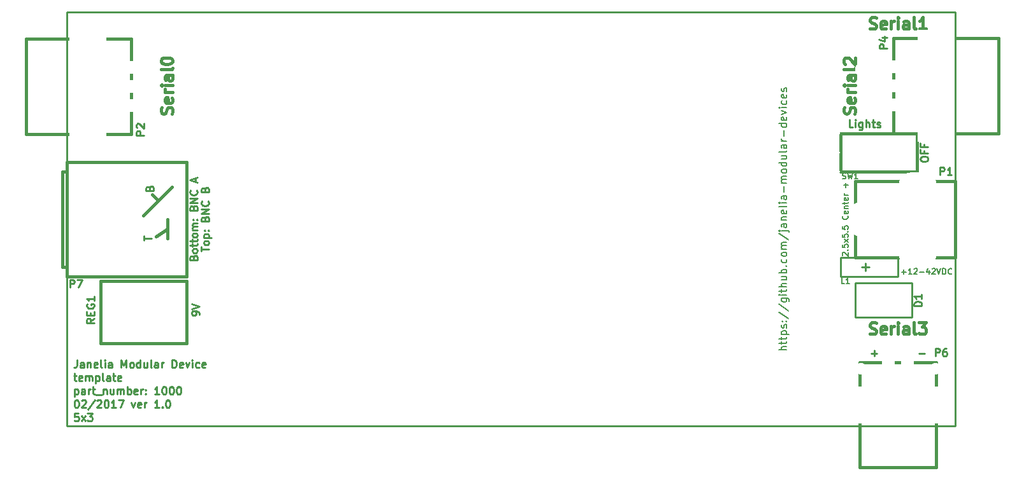
<source format=gto>
G04 #@! TF.GenerationSoftware,KiCad,Pcbnew,no-vcs-found-7571~57~ubuntu16.04.1*
G04 #@! TF.CreationDate,2017-02-02T16:12:20-05:00*
G04 #@! TF.ProjectId,h_bridge_controller_5x3,74656D706C6174655F3578332E6B6963,1.0*
G04 #@! TF.FileFunction,Legend,Top*
G04 #@! TF.FilePolarity,Positive*
%FSLAX46Y46*%
G04 Gerber Fmt 4.6, Leading zero omitted, Abs format (unit mm)*
G04 Created by KiCad (PCBNEW no-vcs-found-7571~57~ubuntu16.04.1) date Thu Feb  2 16:12:20 2017*
%MOMM*%
%LPD*%
G01*
G04 APERTURE LIST*
%ADD10C,0.100000*%
%ADD11C,0.254000*%
%ADD12C,0.381000*%
%ADD13C,0.190500*%
%ADD14C,0.228600*%
%ADD15C,3.759200*%
%ADD16O,1.524000X2.540000*%
%ADD17O,2.540000X1.524000*%
%ADD18C,1.930400*%
%ADD19O,4.572000X3.556000*%
%ADD20O,4.064000X5.080000*%
%ADD21O,5.080000X3.556000*%
%ADD22O,5.080000X3.048000*%
%ADD23O,2.032000X1.524000*%
%ADD24O,1.524000X2.032000*%
%ADD25O,1.651000X2.159000*%
%ADD26R,4.191000X1.778000*%
%ADD27C,1.600200*%
%ADD28R,5.029200X2.997200*%
%ADD29R,1.778000X4.191000*%
%ADD30R,2.997200X5.029200*%
%ADD31R,5.160000X4.000000*%
%ADD32R,1.640000X1.800000*%
G04 APERTURE END LIST*
D10*
D11*
X206622952Y-120722571D02*
X207397047Y-120722571D01*
X200272952Y-120722571D02*
X201047047Y-120722571D01*
X200660000Y-121109619D02*
X200660000Y-120335523D01*
X197841809Y-90629619D02*
X197358000Y-90629619D01*
X197358000Y-89613619D01*
X198180476Y-90629619D02*
X198180476Y-89952285D01*
X198180476Y-89613619D02*
X198132095Y-89662000D01*
X198180476Y-89710380D01*
X198228857Y-89662000D01*
X198180476Y-89613619D01*
X198180476Y-89710380D01*
X199099714Y-89952285D02*
X199099714Y-90774761D01*
X199051333Y-90871523D01*
X199002952Y-90919904D01*
X198906190Y-90968285D01*
X198761047Y-90968285D01*
X198664285Y-90919904D01*
X199099714Y-90581238D02*
X199002952Y-90629619D01*
X198809428Y-90629619D01*
X198712666Y-90581238D01*
X198664285Y-90532857D01*
X198615904Y-90436095D01*
X198615904Y-90145809D01*
X198664285Y-90049047D01*
X198712666Y-90000666D01*
X198809428Y-89952285D01*
X199002952Y-89952285D01*
X199099714Y-90000666D01*
X199583523Y-90629619D02*
X199583523Y-89613619D01*
X200018952Y-90629619D02*
X200018952Y-90097428D01*
X199970571Y-90000666D01*
X199873809Y-89952285D01*
X199728666Y-89952285D01*
X199631904Y-90000666D01*
X199583523Y-90049047D01*
X200357619Y-89952285D02*
X200744666Y-89952285D01*
X200502761Y-89613619D02*
X200502761Y-90484476D01*
X200551142Y-90581238D01*
X200647904Y-90629619D01*
X200744666Y-90629619D01*
X201034952Y-90581238D02*
X201131714Y-90629619D01*
X201325238Y-90629619D01*
X201422000Y-90581238D01*
X201470380Y-90484476D01*
X201470380Y-90436095D01*
X201422000Y-90339333D01*
X201325238Y-90290952D01*
X201180095Y-90290952D01*
X201083333Y-90242571D01*
X201034952Y-90145809D01*
X201034952Y-90097428D01*
X201083333Y-90000666D01*
X201180095Y-89952285D01*
X201325238Y-89952285D01*
X201422000Y-90000666D01*
D12*
X200097571Y-118091857D02*
X200315285Y-118164428D01*
X200678142Y-118164428D01*
X200823285Y-118091857D01*
X200895857Y-118019285D01*
X200968428Y-117874142D01*
X200968428Y-117729000D01*
X200895857Y-117583857D01*
X200823285Y-117511285D01*
X200678142Y-117438714D01*
X200387857Y-117366142D01*
X200242714Y-117293571D01*
X200170142Y-117221000D01*
X200097571Y-117075857D01*
X200097571Y-116930714D01*
X200170142Y-116785571D01*
X200242714Y-116713000D01*
X200387857Y-116640428D01*
X200750714Y-116640428D01*
X200968428Y-116713000D01*
X202202142Y-118091857D02*
X202057000Y-118164428D01*
X201766714Y-118164428D01*
X201621571Y-118091857D01*
X201549000Y-117946714D01*
X201549000Y-117366142D01*
X201621571Y-117221000D01*
X201766714Y-117148428D01*
X202057000Y-117148428D01*
X202202142Y-117221000D01*
X202274714Y-117366142D01*
X202274714Y-117511285D01*
X201549000Y-117656428D01*
X202927857Y-118164428D02*
X202927857Y-117148428D01*
X202927857Y-117438714D02*
X203000428Y-117293571D01*
X203073000Y-117221000D01*
X203218142Y-117148428D01*
X203363285Y-117148428D01*
X203871285Y-118164428D02*
X203871285Y-117148428D01*
X203871285Y-116640428D02*
X203798714Y-116713000D01*
X203871285Y-116785571D01*
X203943857Y-116713000D01*
X203871285Y-116640428D01*
X203871285Y-116785571D01*
X205250142Y-118164428D02*
X205250142Y-117366142D01*
X205177571Y-117221000D01*
X205032428Y-117148428D01*
X204742142Y-117148428D01*
X204597000Y-117221000D01*
X205250142Y-118091857D02*
X205105000Y-118164428D01*
X204742142Y-118164428D01*
X204597000Y-118091857D01*
X204524428Y-117946714D01*
X204524428Y-117801571D01*
X204597000Y-117656428D01*
X204742142Y-117583857D01*
X205105000Y-117583857D01*
X205250142Y-117511285D01*
X206193571Y-118164428D02*
X206048428Y-118091857D01*
X205975857Y-117946714D01*
X205975857Y-116640428D01*
X206629000Y-116640428D02*
X207572428Y-116640428D01*
X207064428Y-117221000D01*
X207282142Y-117221000D01*
X207427285Y-117293571D01*
X207499857Y-117366142D01*
X207572428Y-117511285D01*
X207572428Y-117874142D01*
X207499857Y-118019285D01*
X207427285Y-118091857D01*
X207282142Y-118164428D01*
X206846714Y-118164428D01*
X206701571Y-118091857D01*
X206629000Y-118019285D01*
X198101857Y-88827428D02*
X198174428Y-88609714D01*
X198174428Y-88246857D01*
X198101857Y-88101714D01*
X198029285Y-88029142D01*
X197884142Y-87956571D01*
X197739000Y-87956571D01*
X197593857Y-88029142D01*
X197521285Y-88101714D01*
X197448714Y-88246857D01*
X197376142Y-88537142D01*
X197303571Y-88682285D01*
X197231000Y-88754857D01*
X197085857Y-88827428D01*
X196940714Y-88827428D01*
X196795571Y-88754857D01*
X196723000Y-88682285D01*
X196650428Y-88537142D01*
X196650428Y-88174285D01*
X196723000Y-87956571D01*
X198101857Y-86722857D02*
X198174428Y-86868000D01*
X198174428Y-87158285D01*
X198101857Y-87303428D01*
X197956714Y-87376000D01*
X197376142Y-87376000D01*
X197231000Y-87303428D01*
X197158428Y-87158285D01*
X197158428Y-86868000D01*
X197231000Y-86722857D01*
X197376142Y-86650285D01*
X197521285Y-86650285D01*
X197666428Y-87376000D01*
X198174428Y-85997142D02*
X197158428Y-85997142D01*
X197448714Y-85997142D02*
X197303571Y-85924571D01*
X197231000Y-85852000D01*
X197158428Y-85706857D01*
X197158428Y-85561714D01*
X198174428Y-85053714D02*
X197158428Y-85053714D01*
X196650428Y-85053714D02*
X196723000Y-85126285D01*
X196795571Y-85053714D01*
X196723000Y-84981142D01*
X196650428Y-85053714D01*
X196795571Y-85053714D01*
X198174428Y-83674857D02*
X197376142Y-83674857D01*
X197231000Y-83747428D01*
X197158428Y-83892571D01*
X197158428Y-84182857D01*
X197231000Y-84328000D01*
X198101857Y-83674857D02*
X198174428Y-83820000D01*
X198174428Y-84182857D01*
X198101857Y-84328000D01*
X197956714Y-84400571D01*
X197811571Y-84400571D01*
X197666428Y-84328000D01*
X197593857Y-84182857D01*
X197593857Y-83820000D01*
X197521285Y-83674857D01*
X198174428Y-82731428D02*
X198101857Y-82876571D01*
X197956714Y-82949142D01*
X196650428Y-82949142D01*
X196795571Y-82223428D02*
X196723000Y-82150857D01*
X196650428Y-82005714D01*
X196650428Y-81642857D01*
X196723000Y-81497714D01*
X196795571Y-81425142D01*
X196940714Y-81352571D01*
X197085857Y-81352571D01*
X197303571Y-81425142D01*
X198174428Y-82296000D01*
X198174428Y-81352571D01*
X200097571Y-77451857D02*
X200315285Y-77524428D01*
X200678142Y-77524428D01*
X200823285Y-77451857D01*
X200895857Y-77379285D01*
X200968428Y-77234142D01*
X200968428Y-77089000D01*
X200895857Y-76943857D01*
X200823285Y-76871285D01*
X200678142Y-76798714D01*
X200387857Y-76726142D01*
X200242714Y-76653571D01*
X200170142Y-76581000D01*
X200097571Y-76435857D01*
X200097571Y-76290714D01*
X200170142Y-76145571D01*
X200242714Y-76073000D01*
X200387857Y-76000428D01*
X200750714Y-76000428D01*
X200968428Y-76073000D01*
X202202142Y-77451857D02*
X202057000Y-77524428D01*
X201766714Y-77524428D01*
X201621571Y-77451857D01*
X201549000Y-77306714D01*
X201549000Y-76726142D01*
X201621571Y-76581000D01*
X201766714Y-76508428D01*
X202057000Y-76508428D01*
X202202142Y-76581000D01*
X202274714Y-76726142D01*
X202274714Y-76871285D01*
X201549000Y-77016428D01*
X202927857Y-77524428D02*
X202927857Y-76508428D01*
X202927857Y-76798714D02*
X203000428Y-76653571D01*
X203073000Y-76581000D01*
X203218142Y-76508428D01*
X203363285Y-76508428D01*
X203871285Y-77524428D02*
X203871285Y-76508428D01*
X203871285Y-76000428D02*
X203798714Y-76073000D01*
X203871285Y-76145571D01*
X203943857Y-76073000D01*
X203871285Y-76000428D01*
X203871285Y-76145571D01*
X205250142Y-77524428D02*
X205250142Y-76726142D01*
X205177571Y-76581000D01*
X205032428Y-76508428D01*
X204742142Y-76508428D01*
X204597000Y-76581000D01*
X205250142Y-77451857D02*
X205105000Y-77524428D01*
X204742142Y-77524428D01*
X204597000Y-77451857D01*
X204524428Y-77306714D01*
X204524428Y-77161571D01*
X204597000Y-77016428D01*
X204742142Y-76943857D01*
X205105000Y-76943857D01*
X205250142Y-76871285D01*
X206193571Y-77524428D02*
X206048428Y-77451857D01*
X205975857Y-77306714D01*
X205975857Y-76000428D01*
X207572428Y-77524428D02*
X206701571Y-77524428D01*
X207137000Y-77524428D02*
X207137000Y-76000428D01*
X206991857Y-76218142D01*
X206846714Y-76363285D01*
X206701571Y-76435857D01*
X107296857Y-88827428D02*
X107369428Y-88609714D01*
X107369428Y-88246857D01*
X107296857Y-88101714D01*
X107224285Y-88029142D01*
X107079142Y-87956571D01*
X106934000Y-87956571D01*
X106788857Y-88029142D01*
X106716285Y-88101714D01*
X106643714Y-88246857D01*
X106571142Y-88537142D01*
X106498571Y-88682285D01*
X106426000Y-88754857D01*
X106280857Y-88827428D01*
X106135714Y-88827428D01*
X105990571Y-88754857D01*
X105918000Y-88682285D01*
X105845428Y-88537142D01*
X105845428Y-88174285D01*
X105918000Y-87956571D01*
X107296857Y-86722857D02*
X107369428Y-86868000D01*
X107369428Y-87158285D01*
X107296857Y-87303428D01*
X107151714Y-87376000D01*
X106571142Y-87376000D01*
X106426000Y-87303428D01*
X106353428Y-87158285D01*
X106353428Y-86868000D01*
X106426000Y-86722857D01*
X106571142Y-86650285D01*
X106716285Y-86650285D01*
X106861428Y-87376000D01*
X107369428Y-85997142D02*
X106353428Y-85997142D01*
X106643714Y-85997142D02*
X106498571Y-85924571D01*
X106426000Y-85852000D01*
X106353428Y-85706857D01*
X106353428Y-85561714D01*
X107369428Y-85053714D02*
X106353428Y-85053714D01*
X105845428Y-85053714D02*
X105918000Y-85126285D01*
X105990571Y-85053714D01*
X105918000Y-84981142D01*
X105845428Y-85053714D01*
X105990571Y-85053714D01*
X107369428Y-83674857D02*
X106571142Y-83674857D01*
X106426000Y-83747428D01*
X106353428Y-83892571D01*
X106353428Y-84182857D01*
X106426000Y-84328000D01*
X107296857Y-83674857D02*
X107369428Y-83820000D01*
X107369428Y-84182857D01*
X107296857Y-84328000D01*
X107151714Y-84400571D01*
X107006571Y-84400571D01*
X106861428Y-84328000D01*
X106788857Y-84182857D01*
X106788857Y-83820000D01*
X106716285Y-83674857D01*
X107369428Y-82731428D02*
X107296857Y-82876571D01*
X107151714Y-82949142D01*
X105845428Y-82949142D01*
X105845428Y-81860571D02*
X105845428Y-81715428D01*
X105918000Y-81570285D01*
X105990571Y-81497714D01*
X106135714Y-81425142D01*
X106426000Y-81352571D01*
X106788857Y-81352571D01*
X107079142Y-81425142D01*
X107224285Y-81497714D01*
X107296857Y-81570285D01*
X107369428Y-81715428D01*
X107369428Y-81860571D01*
X107296857Y-82005714D01*
X107224285Y-82078285D01*
X107079142Y-82150857D01*
X106788857Y-82223428D01*
X106426000Y-82223428D01*
X106135714Y-82150857D01*
X105990571Y-82078285D01*
X105918000Y-82005714D01*
X105845428Y-81860571D01*
D13*
X196505285Y-107732285D02*
X196469000Y-107696000D01*
X196432714Y-107623428D01*
X196432714Y-107442000D01*
X196469000Y-107369428D01*
X196505285Y-107333142D01*
X196577857Y-107296857D01*
X196650428Y-107296857D01*
X196759285Y-107333142D01*
X197194714Y-107768571D01*
X197194714Y-107296857D01*
X197122142Y-106970285D02*
X197158428Y-106934000D01*
X197194714Y-106970285D01*
X197158428Y-107006571D01*
X197122142Y-106970285D01*
X197194714Y-106970285D01*
X196432714Y-106244571D02*
X196432714Y-106607428D01*
X196795571Y-106643714D01*
X196759285Y-106607428D01*
X196723000Y-106534857D01*
X196723000Y-106353428D01*
X196759285Y-106280857D01*
X196795571Y-106244571D01*
X196868142Y-106208285D01*
X197049571Y-106208285D01*
X197122142Y-106244571D01*
X197158428Y-106280857D01*
X197194714Y-106353428D01*
X197194714Y-106534857D01*
X197158428Y-106607428D01*
X197122142Y-106643714D01*
X197194714Y-105954285D02*
X196686714Y-105555142D01*
X196686714Y-105954285D02*
X197194714Y-105555142D01*
X196432714Y-104902000D02*
X196432714Y-105264857D01*
X196795571Y-105301142D01*
X196759285Y-105264857D01*
X196723000Y-105192285D01*
X196723000Y-105010857D01*
X196759285Y-104938285D01*
X196795571Y-104902000D01*
X196868142Y-104865714D01*
X197049571Y-104865714D01*
X197122142Y-104902000D01*
X197158428Y-104938285D01*
X197194714Y-105010857D01*
X197194714Y-105192285D01*
X197158428Y-105264857D01*
X197122142Y-105301142D01*
X197122142Y-104539142D02*
X197158428Y-104502857D01*
X197194714Y-104539142D01*
X197158428Y-104575428D01*
X197122142Y-104539142D01*
X197194714Y-104539142D01*
X196432714Y-103813428D02*
X196432714Y-104176285D01*
X196795571Y-104212571D01*
X196759285Y-104176285D01*
X196723000Y-104103714D01*
X196723000Y-103922285D01*
X196759285Y-103849714D01*
X196795571Y-103813428D01*
X196868142Y-103777142D01*
X197049571Y-103777142D01*
X197122142Y-103813428D01*
X197158428Y-103849714D01*
X197194714Y-103922285D01*
X197194714Y-104103714D01*
X197158428Y-104176285D01*
X197122142Y-104212571D01*
X197122142Y-102434571D02*
X197158428Y-102470857D01*
X197194714Y-102579714D01*
X197194714Y-102652285D01*
X197158428Y-102761142D01*
X197085857Y-102833714D01*
X197013285Y-102870000D01*
X196868142Y-102906285D01*
X196759285Y-102906285D01*
X196614142Y-102870000D01*
X196541571Y-102833714D01*
X196469000Y-102761142D01*
X196432714Y-102652285D01*
X196432714Y-102579714D01*
X196469000Y-102470857D01*
X196505285Y-102434571D01*
X197158428Y-101817714D02*
X197194714Y-101890285D01*
X197194714Y-102035428D01*
X197158428Y-102108000D01*
X197085857Y-102144285D01*
X196795571Y-102144285D01*
X196723000Y-102108000D01*
X196686714Y-102035428D01*
X196686714Y-101890285D01*
X196723000Y-101817714D01*
X196795571Y-101781428D01*
X196868142Y-101781428D01*
X196940714Y-102144285D01*
X196686714Y-101454857D02*
X197194714Y-101454857D01*
X196759285Y-101454857D02*
X196723000Y-101418571D01*
X196686714Y-101346000D01*
X196686714Y-101237142D01*
X196723000Y-101164571D01*
X196795571Y-101128285D01*
X197194714Y-101128285D01*
X196686714Y-100874285D02*
X196686714Y-100584000D01*
X196432714Y-100765428D02*
X197085857Y-100765428D01*
X197158428Y-100729142D01*
X197194714Y-100656571D01*
X197194714Y-100584000D01*
X197158428Y-100039714D02*
X197194714Y-100112285D01*
X197194714Y-100257428D01*
X197158428Y-100330000D01*
X197085857Y-100366285D01*
X196795571Y-100366285D01*
X196723000Y-100330000D01*
X196686714Y-100257428D01*
X196686714Y-100112285D01*
X196723000Y-100039714D01*
X196795571Y-100003428D01*
X196868142Y-100003428D01*
X196940714Y-100366285D01*
X197194714Y-99676857D02*
X196686714Y-99676857D01*
X196831857Y-99676857D02*
X196759285Y-99640571D01*
X196723000Y-99604285D01*
X196686714Y-99531714D01*
X196686714Y-99459142D01*
X196904428Y-98624571D02*
X196904428Y-98044000D01*
X197194714Y-98334285D02*
X196614142Y-98334285D01*
D14*
X211455000Y-75311000D02*
X93345000Y-75311000D01*
X211455000Y-130429000D02*
X211455000Y-75311000D01*
X93345000Y-130429000D02*
X211455000Y-130429000D01*
X93345000Y-75311000D02*
X93345000Y-130429000D01*
D11*
X110949619Y-115563952D02*
X110949619Y-115370428D01*
X110901238Y-115273666D01*
X110852857Y-115225285D01*
X110707714Y-115128523D01*
X110514190Y-115080142D01*
X110127142Y-115080142D01*
X110030380Y-115128523D01*
X109982000Y-115176904D01*
X109933619Y-115273666D01*
X109933619Y-115467190D01*
X109982000Y-115563952D01*
X110030380Y-115612333D01*
X110127142Y-115660714D01*
X110369047Y-115660714D01*
X110465809Y-115612333D01*
X110514190Y-115563952D01*
X110562571Y-115467190D01*
X110562571Y-115273666D01*
X110514190Y-115176904D01*
X110465809Y-115128523D01*
X110369047Y-115080142D01*
X109933619Y-114789857D02*
X110949619Y-114451190D01*
X109933619Y-114112523D01*
D13*
X204343000Y-109909428D02*
X204923571Y-109909428D01*
X204633285Y-110199714D02*
X204633285Y-109619142D01*
X205685571Y-110199714D02*
X205250142Y-110199714D01*
X205467857Y-110199714D02*
X205467857Y-109437714D01*
X205395285Y-109546571D01*
X205322714Y-109619142D01*
X205250142Y-109655428D01*
X205975857Y-109510285D02*
X206012142Y-109474000D01*
X206084714Y-109437714D01*
X206266142Y-109437714D01*
X206338714Y-109474000D01*
X206375000Y-109510285D01*
X206411285Y-109582857D01*
X206411285Y-109655428D01*
X206375000Y-109764285D01*
X205939571Y-110199714D01*
X206411285Y-110199714D01*
X206737857Y-109909428D02*
X207318428Y-109909428D01*
X208007857Y-109691714D02*
X208007857Y-110199714D01*
X207826428Y-109401428D02*
X207645000Y-109945714D01*
X208116714Y-109945714D01*
X208370714Y-109510285D02*
X208407000Y-109474000D01*
X208479571Y-109437714D01*
X208661000Y-109437714D01*
X208733571Y-109474000D01*
X208769857Y-109510285D01*
X208806142Y-109582857D01*
X208806142Y-109655428D01*
X208769857Y-109764285D01*
X208334428Y-110199714D01*
X208806142Y-110199714D01*
X209023857Y-109437714D02*
X209277857Y-110199714D01*
X209531857Y-109437714D01*
X209785857Y-110199714D02*
X209785857Y-109437714D01*
X209967285Y-109437714D01*
X210076142Y-109474000D01*
X210148714Y-109546571D01*
X210185000Y-109619142D01*
X210221285Y-109764285D01*
X210221285Y-109873142D01*
X210185000Y-110018285D01*
X210148714Y-110090857D01*
X210076142Y-110163428D01*
X209967285Y-110199714D01*
X209785857Y-110199714D01*
X210983285Y-110127142D02*
X210947000Y-110163428D01*
X210838142Y-110199714D01*
X210765571Y-110199714D01*
X210656714Y-110163428D01*
X210584142Y-110090857D01*
X210547857Y-110018285D01*
X210511571Y-109873142D01*
X210511571Y-109764285D01*
X210547857Y-109619142D01*
X210584142Y-109546571D01*
X210656714Y-109474000D01*
X210765571Y-109437714D01*
X210838142Y-109437714D01*
X210947000Y-109474000D01*
X210983285Y-109510285D01*
X189054619Y-120287142D02*
X188038619Y-120287142D01*
X189054619Y-119851714D02*
X188522428Y-119851714D01*
X188425666Y-119900095D01*
X188377285Y-119996857D01*
X188377285Y-120142000D01*
X188425666Y-120238761D01*
X188474047Y-120287142D01*
X188377285Y-119513047D02*
X188377285Y-119126000D01*
X188038619Y-119367904D02*
X188909476Y-119367904D01*
X189006238Y-119319523D01*
X189054619Y-119222761D01*
X189054619Y-119126000D01*
X188377285Y-118932476D02*
X188377285Y-118545428D01*
X188038619Y-118787333D02*
X188909476Y-118787333D01*
X189006238Y-118738952D01*
X189054619Y-118642190D01*
X189054619Y-118545428D01*
X188377285Y-118206761D02*
X189393285Y-118206761D01*
X188425666Y-118206761D02*
X188377285Y-118110000D01*
X188377285Y-117916476D01*
X188425666Y-117819714D01*
X188474047Y-117771333D01*
X188570809Y-117722952D01*
X188861095Y-117722952D01*
X188957857Y-117771333D01*
X189006238Y-117819714D01*
X189054619Y-117916476D01*
X189054619Y-118110000D01*
X189006238Y-118206761D01*
X189006238Y-117335904D02*
X189054619Y-117239142D01*
X189054619Y-117045619D01*
X189006238Y-116948857D01*
X188909476Y-116900476D01*
X188861095Y-116900476D01*
X188764333Y-116948857D01*
X188715952Y-117045619D01*
X188715952Y-117190761D01*
X188667571Y-117287523D01*
X188570809Y-117335904D01*
X188522428Y-117335904D01*
X188425666Y-117287523D01*
X188377285Y-117190761D01*
X188377285Y-117045619D01*
X188425666Y-116948857D01*
X188957857Y-116465047D02*
X189006238Y-116416666D01*
X189054619Y-116465047D01*
X189006238Y-116513428D01*
X188957857Y-116465047D01*
X189054619Y-116465047D01*
X188425666Y-116465047D02*
X188474047Y-116416666D01*
X188522428Y-116465047D01*
X188474047Y-116513428D01*
X188425666Y-116465047D01*
X188522428Y-116465047D01*
X187990238Y-115255523D02*
X189296523Y-116126380D01*
X187990238Y-114191142D02*
X189296523Y-115062000D01*
X188377285Y-113417047D02*
X189199761Y-113417047D01*
X189296523Y-113465428D01*
X189344904Y-113513809D01*
X189393285Y-113610571D01*
X189393285Y-113755714D01*
X189344904Y-113852476D01*
X189006238Y-113417047D02*
X189054619Y-113513809D01*
X189054619Y-113707333D01*
X189006238Y-113804095D01*
X188957857Y-113852476D01*
X188861095Y-113900857D01*
X188570809Y-113900857D01*
X188474047Y-113852476D01*
X188425666Y-113804095D01*
X188377285Y-113707333D01*
X188377285Y-113513809D01*
X188425666Y-113417047D01*
X189054619Y-112933238D02*
X188377285Y-112933238D01*
X188038619Y-112933238D02*
X188087000Y-112981619D01*
X188135380Y-112933238D01*
X188087000Y-112884857D01*
X188038619Y-112933238D01*
X188135380Y-112933238D01*
X188377285Y-112594571D02*
X188377285Y-112207523D01*
X188038619Y-112449428D02*
X188909476Y-112449428D01*
X189006238Y-112401047D01*
X189054619Y-112304285D01*
X189054619Y-112207523D01*
X189054619Y-111868857D02*
X188038619Y-111868857D01*
X189054619Y-111433428D02*
X188522428Y-111433428D01*
X188425666Y-111481809D01*
X188377285Y-111578571D01*
X188377285Y-111723714D01*
X188425666Y-111820476D01*
X188474047Y-111868857D01*
X188377285Y-110514190D02*
X189054619Y-110514190D01*
X188377285Y-110949619D02*
X188909476Y-110949619D01*
X189006238Y-110901238D01*
X189054619Y-110804476D01*
X189054619Y-110659333D01*
X189006238Y-110562571D01*
X188957857Y-110514190D01*
X189054619Y-110030380D02*
X188038619Y-110030380D01*
X188425666Y-110030380D02*
X188377285Y-109933619D01*
X188377285Y-109740095D01*
X188425666Y-109643333D01*
X188474047Y-109594952D01*
X188570809Y-109546571D01*
X188861095Y-109546571D01*
X188957857Y-109594952D01*
X189006238Y-109643333D01*
X189054619Y-109740095D01*
X189054619Y-109933619D01*
X189006238Y-110030380D01*
X188957857Y-109111142D02*
X189006238Y-109062761D01*
X189054619Y-109111142D01*
X189006238Y-109159523D01*
X188957857Y-109111142D01*
X189054619Y-109111142D01*
X189006238Y-108191904D02*
X189054619Y-108288666D01*
X189054619Y-108482190D01*
X189006238Y-108578952D01*
X188957857Y-108627333D01*
X188861095Y-108675714D01*
X188570809Y-108675714D01*
X188474047Y-108627333D01*
X188425666Y-108578952D01*
X188377285Y-108482190D01*
X188377285Y-108288666D01*
X188425666Y-108191904D01*
X189054619Y-107611333D02*
X189006238Y-107708095D01*
X188957857Y-107756476D01*
X188861095Y-107804857D01*
X188570809Y-107804857D01*
X188474047Y-107756476D01*
X188425666Y-107708095D01*
X188377285Y-107611333D01*
X188377285Y-107466190D01*
X188425666Y-107369428D01*
X188474047Y-107321047D01*
X188570809Y-107272666D01*
X188861095Y-107272666D01*
X188957857Y-107321047D01*
X189006238Y-107369428D01*
X189054619Y-107466190D01*
X189054619Y-107611333D01*
X189054619Y-106837238D02*
X188377285Y-106837238D01*
X188474047Y-106837238D02*
X188425666Y-106788857D01*
X188377285Y-106692095D01*
X188377285Y-106546952D01*
X188425666Y-106450190D01*
X188522428Y-106401809D01*
X189054619Y-106401809D01*
X188522428Y-106401809D02*
X188425666Y-106353428D01*
X188377285Y-106256666D01*
X188377285Y-106111523D01*
X188425666Y-106014761D01*
X188522428Y-105966380D01*
X189054619Y-105966380D01*
X187990238Y-104756857D02*
X189296523Y-105627714D01*
X188377285Y-104418190D02*
X189248142Y-104418190D01*
X189344904Y-104466571D01*
X189393285Y-104563333D01*
X189393285Y-104611714D01*
X188038619Y-104418190D02*
X188087000Y-104466571D01*
X188135380Y-104418190D01*
X188087000Y-104369809D01*
X188038619Y-104418190D01*
X188135380Y-104418190D01*
X189054619Y-103498952D02*
X188522428Y-103498952D01*
X188425666Y-103547333D01*
X188377285Y-103644095D01*
X188377285Y-103837619D01*
X188425666Y-103934380D01*
X189006238Y-103498952D02*
X189054619Y-103595714D01*
X189054619Y-103837619D01*
X189006238Y-103934380D01*
X188909476Y-103982761D01*
X188812714Y-103982761D01*
X188715952Y-103934380D01*
X188667571Y-103837619D01*
X188667571Y-103595714D01*
X188619190Y-103498952D01*
X188377285Y-103015142D02*
X189054619Y-103015142D01*
X188474047Y-103015142D02*
X188425666Y-102966761D01*
X188377285Y-102870000D01*
X188377285Y-102724857D01*
X188425666Y-102628095D01*
X188522428Y-102579714D01*
X189054619Y-102579714D01*
X189006238Y-101708857D02*
X189054619Y-101805619D01*
X189054619Y-101999142D01*
X189006238Y-102095904D01*
X188909476Y-102144285D01*
X188522428Y-102144285D01*
X188425666Y-102095904D01*
X188377285Y-101999142D01*
X188377285Y-101805619D01*
X188425666Y-101708857D01*
X188522428Y-101660476D01*
X188619190Y-101660476D01*
X188715952Y-102144285D01*
X189054619Y-101079904D02*
X189006238Y-101176666D01*
X188909476Y-101225047D01*
X188038619Y-101225047D01*
X189054619Y-100692857D02*
X188377285Y-100692857D01*
X188038619Y-100692857D02*
X188087000Y-100741238D01*
X188135380Y-100692857D01*
X188087000Y-100644476D01*
X188038619Y-100692857D01*
X188135380Y-100692857D01*
X189054619Y-99773619D02*
X188522428Y-99773619D01*
X188425666Y-99822000D01*
X188377285Y-99918761D01*
X188377285Y-100112285D01*
X188425666Y-100209047D01*
X189006238Y-99773619D02*
X189054619Y-99870380D01*
X189054619Y-100112285D01*
X189006238Y-100209047D01*
X188909476Y-100257428D01*
X188812714Y-100257428D01*
X188715952Y-100209047D01*
X188667571Y-100112285D01*
X188667571Y-99870380D01*
X188619190Y-99773619D01*
X188667571Y-99289809D02*
X188667571Y-98515714D01*
X189054619Y-98031904D02*
X188377285Y-98031904D01*
X188474047Y-98031904D02*
X188425666Y-97983523D01*
X188377285Y-97886761D01*
X188377285Y-97741619D01*
X188425666Y-97644857D01*
X188522428Y-97596476D01*
X189054619Y-97596476D01*
X188522428Y-97596476D02*
X188425666Y-97548095D01*
X188377285Y-97451333D01*
X188377285Y-97306190D01*
X188425666Y-97209428D01*
X188522428Y-97161047D01*
X189054619Y-97161047D01*
X189054619Y-96532095D02*
X189006238Y-96628857D01*
X188957857Y-96677238D01*
X188861095Y-96725619D01*
X188570809Y-96725619D01*
X188474047Y-96677238D01*
X188425666Y-96628857D01*
X188377285Y-96532095D01*
X188377285Y-96386952D01*
X188425666Y-96290190D01*
X188474047Y-96241809D01*
X188570809Y-96193428D01*
X188861095Y-96193428D01*
X188957857Y-96241809D01*
X189006238Y-96290190D01*
X189054619Y-96386952D01*
X189054619Y-96532095D01*
X189054619Y-95322571D02*
X188038619Y-95322571D01*
X189006238Y-95322571D02*
X189054619Y-95419333D01*
X189054619Y-95612857D01*
X189006238Y-95709619D01*
X188957857Y-95758000D01*
X188861095Y-95806380D01*
X188570809Y-95806380D01*
X188474047Y-95758000D01*
X188425666Y-95709619D01*
X188377285Y-95612857D01*
X188377285Y-95419333D01*
X188425666Y-95322571D01*
X188377285Y-94403333D02*
X189054619Y-94403333D01*
X188377285Y-94838761D02*
X188909476Y-94838761D01*
X189006238Y-94790380D01*
X189054619Y-94693619D01*
X189054619Y-94548476D01*
X189006238Y-94451714D01*
X188957857Y-94403333D01*
X189054619Y-93774380D02*
X189006238Y-93871142D01*
X188909476Y-93919523D01*
X188038619Y-93919523D01*
X189054619Y-92951904D02*
X188522428Y-92951904D01*
X188425666Y-93000285D01*
X188377285Y-93097047D01*
X188377285Y-93290571D01*
X188425666Y-93387333D01*
X189006238Y-92951904D02*
X189054619Y-93048666D01*
X189054619Y-93290571D01*
X189006238Y-93387333D01*
X188909476Y-93435714D01*
X188812714Y-93435714D01*
X188715952Y-93387333D01*
X188667571Y-93290571D01*
X188667571Y-93048666D01*
X188619190Y-92951904D01*
X189054619Y-92468095D02*
X188377285Y-92468095D01*
X188570809Y-92468095D02*
X188474047Y-92419714D01*
X188425666Y-92371333D01*
X188377285Y-92274571D01*
X188377285Y-92177809D01*
X188667571Y-91839142D02*
X188667571Y-91065047D01*
X189054619Y-90145809D02*
X188038619Y-90145809D01*
X189006238Y-90145809D02*
X189054619Y-90242571D01*
X189054619Y-90436095D01*
X189006238Y-90532857D01*
X188957857Y-90581238D01*
X188861095Y-90629619D01*
X188570809Y-90629619D01*
X188474047Y-90581238D01*
X188425666Y-90532857D01*
X188377285Y-90436095D01*
X188377285Y-90242571D01*
X188425666Y-90145809D01*
X189006238Y-89274952D02*
X189054619Y-89371714D01*
X189054619Y-89565238D01*
X189006238Y-89662000D01*
X188909476Y-89710380D01*
X188522428Y-89710380D01*
X188425666Y-89662000D01*
X188377285Y-89565238D01*
X188377285Y-89371714D01*
X188425666Y-89274952D01*
X188522428Y-89226571D01*
X188619190Y-89226571D01*
X188715952Y-89710380D01*
X188377285Y-88887904D02*
X189054619Y-88646000D01*
X188377285Y-88404095D01*
X189054619Y-88017047D02*
X188377285Y-88017047D01*
X188038619Y-88017047D02*
X188087000Y-88065428D01*
X188135380Y-88017047D01*
X188087000Y-87968666D01*
X188038619Y-88017047D01*
X188135380Y-88017047D01*
X189006238Y-87097809D02*
X189054619Y-87194571D01*
X189054619Y-87388095D01*
X189006238Y-87484857D01*
X188957857Y-87533238D01*
X188861095Y-87581619D01*
X188570809Y-87581619D01*
X188474047Y-87533238D01*
X188425666Y-87484857D01*
X188377285Y-87388095D01*
X188377285Y-87194571D01*
X188425666Y-87097809D01*
X189006238Y-86275333D02*
X189054619Y-86372095D01*
X189054619Y-86565619D01*
X189006238Y-86662380D01*
X188909476Y-86710761D01*
X188522428Y-86710761D01*
X188425666Y-86662380D01*
X188377285Y-86565619D01*
X188377285Y-86372095D01*
X188425666Y-86275333D01*
X188522428Y-86226952D01*
X188619190Y-86226952D01*
X188715952Y-86710761D01*
X189006238Y-85839904D02*
X189054619Y-85743142D01*
X189054619Y-85549619D01*
X189006238Y-85452857D01*
X188909476Y-85404476D01*
X188861095Y-85404476D01*
X188764333Y-85452857D01*
X188715952Y-85549619D01*
X188715952Y-85694761D01*
X188667571Y-85791523D01*
X188570809Y-85839904D01*
X188522428Y-85839904D01*
X188425666Y-85791523D01*
X188377285Y-85694761D01*
X188377285Y-85549619D01*
X188425666Y-85452857D01*
D11*
X94677290Y-121617619D02*
X94677290Y-122343333D01*
X94628909Y-122488476D01*
X94532147Y-122585238D01*
X94387004Y-122633619D01*
X94290242Y-122633619D01*
X95596528Y-122633619D02*
X95596528Y-122101428D01*
X95548147Y-122004666D01*
X95451385Y-121956285D01*
X95257861Y-121956285D01*
X95161100Y-122004666D01*
X95596528Y-122585238D02*
X95499766Y-122633619D01*
X95257861Y-122633619D01*
X95161100Y-122585238D01*
X95112719Y-122488476D01*
X95112719Y-122391714D01*
X95161100Y-122294952D01*
X95257861Y-122246571D01*
X95499766Y-122246571D01*
X95596528Y-122198190D01*
X96080338Y-121956285D02*
X96080338Y-122633619D01*
X96080338Y-122053047D02*
X96128719Y-122004666D01*
X96225480Y-121956285D01*
X96370623Y-121956285D01*
X96467385Y-122004666D01*
X96515766Y-122101428D01*
X96515766Y-122633619D01*
X97386623Y-122585238D02*
X97289861Y-122633619D01*
X97096338Y-122633619D01*
X96999576Y-122585238D01*
X96951195Y-122488476D01*
X96951195Y-122101428D01*
X96999576Y-122004666D01*
X97096338Y-121956285D01*
X97289861Y-121956285D01*
X97386623Y-122004666D01*
X97435004Y-122101428D01*
X97435004Y-122198190D01*
X96951195Y-122294952D01*
X98015576Y-122633619D02*
X97918814Y-122585238D01*
X97870433Y-122488476D01*
X97870433Y-121617619D01*
X98402623Y-122633619D02*
X98402623Y-121956285D01*
X98402623Y-121617619D02*
X98354242Y-121666000D01*
X98402623Y-121714380D01*
X98451004Y-121666000D01*
X98402623Y-121617619D01*
X98402623Y-121714380D01*
X99321861Y-122633619D02*
X99321861Y-122101428D01*
X99273480Y-122004666D01*
X99176719Y-121956285D01*
X98983195Y-121956285D01*
X98886433Y-122004666D01*
X99321861Y-122585238D02*
X99225100Y-122633619D01*
X98983195Y-122633619D01*
X98886433Y-122585238D01*
X98838052Y-122488476D01*
X98838052Y-122391714D01*
X98886433Y-122294952D01*
X98983195Y-122246571D01*
X99225100Y-122246571D01*
X99321861Y-122198190D01*
X100579766Y-122633619D02*
X100579766Y-121617619D01*
X100918433Y-122343333D01*
X101257100Y-121617619D01*
X101257100Y-122633619D01*
X101886052Y-122633619D02*
X101789290Y-122585238D01*
X101740909Y-122536857D01*
X101692528Y-122440095D01*
X101692528Y-122149809D01*
X101740909Y-122053047D01*
X101789290Y-122004666D01*
X101886052Y-121956285D01*
X102031195Y-121956285D01*
X102127957Y-122004666D01*
X102176338Y-122053047D01*
X102224719Y-122149809D01*
X102224719Y-122440095D01*
X102176338Y-122536857D01*
X102127957Y-122585238D01*
X102031195Y-122633619D01*
X101886052Y-122633619D01*
X103095576Y-122633619D02*
X103095576Y-121617619D01*
X103095576Y-122585238D02*
X102998814Y-122633619D01*
X102805290Y-122633619D01*
X102708528Y-122585238D01*
X102660147Y-122536857D01*
X102611766Y-122440095D01*
X102611766Y-122149809D01*
X102660147Y-122053047D01*
X102708528Y-122004666D01*
X102805290Y-121956285D01*
X102998814Y-121956285D01*
X103095576Y-122004666D01*
X104014814Y-121956285D02*
X104014814Y-122633619D01*
X103579385Y-121956285D02*
X103579385Y-122488476D01*
X103627766Y-122585238D01*
X103724528Y-122633619D01*
X103869671Y-122633619D01*
X103966433Y-122585238D01*
X104014814Y-122536857D01*
X104643766Y-122633619D02*
X104547004Y-122585238D01*
X104498623Y-122488476D01*
X104498623Y-121617619D01*
X105466242Y-122633619D02*
X105466242Y-122101428D01*
X105417861Y-122004666D01*
X105321100Y-121956285D01*
X105127576Y-121956285D01*
X105030814Y-122004666D01*
X105466242Y-122585238D02*
X105369480Y-122633619D01*
X105127576Y-122633619D01*
X105030814Y-122585238D01*
X104982433Y-122488476D01*
X104982433Y-122391714D01*
X105030814Y-122294952D01*
X105127576Y-122246571D01*
X105369480Y-122246571D01*
X105466242Y-122198190D01*
X105950052Y-122633619D02*
X105950052Y-121956285D01*
X105950052Y-122149809D02*
X105998433Y-122053047D01*
X106046814Y-122004666D01*
X106143576Y-121956285D01*
X106240338Y-121956285D01*
X107353100Y-122633619D02*
X107353100Y-121617619D01*
X107595004Y-121617619D01*
X107740147Y-121666000D01*
X107836909Y-121762761D01*
X107885290Y-121859523D01*
X107933671Y-122053047D01*
X107933671Y-122198190D01*
X107885290Y-122391714D01*
X107836909Y-122488476D01*
X107740147Y-122585238D01*
X107595004Y-122633619D01*
X107353100Y-122633619D01*
X108756147Y-122585238D02*
X108659385Y-122633619D01*
X108465861Y-122633619D01*
X108369100Y-122585238D01*
X108320719Y-122488476D01*
X108320719Y-122101428D01*
X108369100Y-122004666D01*
X108465861Y-121956285D01*
X108659385Y-121956285D01*
X108756147Y-122004666D01*
X108804528Y-122101428D01*
X108804528Y-122198190D01*
X108320719Y-122294952D01*
X109143195Y-121956285D02*
X109385100Y-122633619D01*
X109627004Y-121956285D01*
X110014052Y-122633619D02*
X110014052Y-121956285D01*
X110014052Y-121617619D02*
X109965671Y-121666000D01*
X110014052Y-121714380D01*
X110062433Y-121666000D01*
X110014052Y-121617619D01*
X110014052Y-121714380D01*
X110933290Y-122585238D02*
X110836528Y-122633619D01*
X110643004Y-122633619D01*
X110546242Y-122585238D01*
X110497861Y-122536857D01*
X110449480Y-122440095D01*
X110449480Y-122149809D01*
X110497861Y-122053047D01*
X110546242Y-122004666D01*
X110643004Y-121956285D01*
X110836528Y-121956285D01*
X110933290Y-122004666D01*
X111755766Y-122585238D02*
X111659004Y-122633619D01*
X111465480Y-122633619D01*
X111368719Y-122585238D01*
X111320338Y-122488476D01*
X111320338Y-122101428D01*
X111368719Y-122004666D01*
X111465480Y-121956285D01*
X111659004Y-121956285D01*
X111755766Y-122004666D01*
X111804147Y-122101428D01*
X111804147Y-122198190D01*
X111320338Y-122294952D01*
X94241861Y-123734285D02*
X94628909Y-123734285D01*
X94387004Y-123395619D02*
X94387004Y-124266476D01*
X94435385Y-124363238D01*
X94532147Y-124411619D01*
X94628909Y-124411619D01*
X95354623Y-124363238D02*
X95257861Y-124411619D01*
X95064338Y-124411619D01*
X94967576Y-124363238D01*
X94919195Y-124266476D01*
X94919195Y-123879428D01*
X94967576Y-123782666D01*
X95064338Y-123734285D01*
X95257861Y-123734285D01*
X95354623Y-123782666D01*
X95403004Y-123879428D01*
X95403004Y-123976190D01*
X94919195Y-124072952D01*
X95838433Y-124411619D02*
X95838433Y-123734285D01*
X95838433Y-123831047D02*
X95886814Y-123782666D01*
X95983576Y-123734285D01*
X96128719Y-123734285D01*
X96225480Y-123782666D01*
X96273861Y-123879428D01*
X96273861Y-124411619D01*
X96273861Y-123879428D02*
X96322242Y-123782666D01*
X96419004Y-123734285D01*
X96564147Y-123734285D01*
X96660909Y-123782666D01*
X96709290Y-123879428D01*
X96709290Y-124411619D01*
X97193100Y-123734285D02*
X97193100Y-124750285D01*
X97193100Y-123782666D02*
X97289861Y-123734285D01*
X97483385Y-123734285D01*
X97580147Y-123782666D01*
X97628528Y-123831047D01*
X97676909Y-123927809D01*
X97676909Y-124218095D01*
X97628528Y-124314857D01*
X97580147Y-124363238D01*
X97483385Y-124411619D01*
X97289861Y-124411619D01*
X97193100Y-124363238D01*
X98257480Y-124411619D02*
X98160719Y-124363238D01*
X98112338Y-124266476D01*
X98112338Y-123395619D01*
X99079957Y-124411619D02*
X99079957Y-123879428D01*
X99031576Y-123782666D01*
X98934814Y-123734285D01*
X98741290Y-123734285D01*
X98644528Y-123782666D01*
X99079957Y-124363238D02*
X98983195Y-124411619D01*
X98741290Y-124411619D01*
X98644528Y-124363238D01*
X98596147Y-124266476D01*
X98596147Y-124169714D01*
X98644528Y-124072952D01*
X98741290Y-124024571D01*
X98983195Y-124024571D01*
X99079957Y-123976190D01*
X99418623Y-123734285D02*
X99805671Y-123734285D01*
X99563766Y-123395619D02*
X99563766Y-124266476D01*
X99612147Y-124363238D01*
X99708909Y-124411619D01*
X99805671Y-124411619D01*
X100531385Y-124363238D02*
X100434623Y-124411619D01*
X100241100Y-124411619D01*
X100144338Y-124363238D01*
X100095957Y-124266476D01*
X100095957Y-123879428D01*
X100144338Y-123782666D01*
X100241100Y-123734285D01*
X100434623Y-123734285D01*
X100531385Y-123782666D01*
X100579766Y-123879428D01*
X100579766Y-123976190D01*
X100095957Y-124072952D01*
X94387004Y-125512285D02*
X94387004Y-126528285D01*
X94387004Y-125560666D02*
X94483766Y-125512285D01*
X94677290Y-125512285D01*
X94774052Y-125560666D01*
X94822433Y-125609047D01*
X94870814Y-125705809D01*
X94870814Y-125996095D01*
X94822433Y-126092857D01*
X94774052Y-126141238D01*
X94677290Y-126189619D01*
X94483766Y-126189619D01*
X94387004Y-126141238D01*
X95741671Y-126189619D02*
X95741671Y-125657428D01*
X95693290Y-125560666D01*
X95596528Y-125512285D01*
X95403004Y-125512285D01*
X95306242Y-125560666D01*
X95741671Y-126141238D02*
X95644909Y-126189619D01*
X95403004Y-126189619D01*
X95306242Y-126141238D01*
X95257861Y-126044476D01*
X95257861Y-125947714D01*
X95306242Y-125850952D01*
X95403004Y-125802571D01*
X95644909Y-125802571D01*
X95741671Y-125754190D01*
X96225480Y-126189619D02*
X96225480Y-125512285D01*
X96225480Y-125705809D02*
X96273861Y-125609047D01*
X96322242Y-125560666D01*
X96419004Y-125512285D01*
X96515766Y-125512285D01*
X96709290Y-125512285D02*
X97096338Y-125512285D01*
X96854433Y-125173619D02*
X96854433Y-126044476D01*
X96902814Y-126141238D01*
X96999576Y-126189619D01*
X97096338Y-126189619D01*
X97193100Y-126286380D02*
X97967195Y-126286380D01*
X98209100Y-125512285D02*
X98209100Y-126189619D01*
X98209100Y-125609047D02*
X98257480Y-125560666D01*
X98354242Y-125512285D01*
X98499385Y-125512285D01*
X98596147Y-125560666D01*
X98644528Y-125657428D01*
X98644528Y-126189619D01*
X99563766Y-125512285D02*
X99563766Y-126189619D01*
X99128338Y-125512285D02*
X99128338Y-126044476D01*
X99176719Y-126141238D01*
X99273480Y-126189619D01*
X99418623Y-126189619D01*
X99515385Y-126141238D01*
X99563766Y-126092857D01*
X100047576Y-126189619D02*
X100047576Y-125512285D01*
X100047576Y-125609047D02*
X100095957Y-125560666D01*
X100192719Y-125512285D01*
X100337861Y-125512285D01*
X100434623Y-125560666D01*
X100483004Y-125657428D01*
X100483004Y-126189619D01*
X100483004Y-125657428D02*
X100531385Y-125560666D01*
X100628147Y-125512285D01*
X100773290Y-125512285D01*
X100870052Y-125560666D01*
X100918433Y-125657428D01*
X100918433Y-126189619D01*
X101402242Y-126189619D02*
X101402242Y-125173619D01*
X101402242Y-125560666D02*
X101499004Y-125512285D01*
X101692528Y-125512285D01*
X101789290Y-125560666D01*
X101837671Y-125609047D01*
X101886052Y-125705809D01*
X101886052Y-125996095D01*
X101837671Y-126092857D01*
X101789290Y-126141238D01*
X101692528Y-126189619D01*
X101499004Y-126189619D01*
X101402242Y-126141238D01*
X102708528Y-126141238D02*
X102611766Y-126189619D01*
X102418242Y-126189619D01*
X102321480Y-126141238D01*
X102273100Y-126044476D01*
X102273100Y-125657428D01*
X102321480Y-125560666D01*
X102418242Y-125512285D01*
X102611766Y-125512285D01*
X102708528Y-125560666D01*
X102756909Y-125657428D01*
X102756909Y-125754190D01*
X102273100Y-125850952D01*
X103192338Y-126189619D02*
X103192338Y-125512285D01*
X103192338Y-125705809D02*
X103240719Y-125609047D01*
X103289100Y-125560666D01*
X103385861Y-125512285D01*
X103482623Y-125512285D01*
X103821290Y-126092857D02*
X103869671Y-126141238D01*
X103821290Y-126189619D01*
X103772909Y-126141238D01*
X103821290Y-126092857D01*
X103821290Y-126189619D01*
X103821290Y-125560666D02*
X103869671Y-125609047D01*
X103821290Y-125657428D01*
X103772909Y-125609047D01*
X103821290Y-125560666D01*
X103821290Y-125657428D01*
X105611385Y-126189619D02*
X105030814Y-126189619D01*
X105321100Y-126189619D02*
X105321100Y-125173619D01*
X105224338Y-125318761D01*
X105127576Y-125415523D01*
X105030814Y-125463904D01*
X106240338Y-125173619D02*
X106337100Y-125173619D01*
X106433861Y-125222000D01*
X106482242Y-125270380D01*
X106530623Y-125367142D01*
X106579004Y-125560666D01*
X106579004Y-125802571D01*
X106530623Y-125996095D01*
X106482242Y-126092857D01*
X106433861Y-126141238D01*
X106337100Y-126189619D01*
X106240338Y-126189619D01*
X106143576Y-126141238D01*
X106095195Y-126092857D01*
X106046814Y-125996095D01*
X105998433Y-125802571D01*
X105998433Y-125560666D01*
X106046814Y-125367142D01*
X106095195Y-125270380D01*
X106143576Y-125222000D01*
X106240338Y-125173619D01*
X107207957Y-125173619D02*
X107304719Y-125173619D01*
X107401480Y-125222000D01*
X107449861Y-125270380D01*
X107498242Y-125367142D01*
X107546623Y-125560666D01*
X107546623Y-125802571D01*
X107498242Y-125996095D01*
X107449861Y-126092857D01*
X107401480Y-126141238D01*
X107304719Y-126189619D01*
X107207957Y-126189619D01*
X107111195Y-126141238D01*
X107062814Y-126092857D01*
X107014433Y-125996095D01*
X106966052Y-125802571D01*
X106966052Y-125560666D01*
X107014433Y-125367142D01*
X107062814Y-125270380D01*
X107111195Y-125222000D01*
X107207957Y-125173619D01*
X108175576Y-125173619D02*
X108272338Y-125173619D01*
X108369100Y-125222000D01*
X108417480Y-125270380D01*
X108465861Y-125367142D01*
X108514242Y-125560666D01*
X108514242Y-125802571D01*
X108465861Y-125996095D01*
X108417480Y-126092857D01*
X108369100Y-126141238D01*
X108272338Y-126189619D01*
X108175576Y-126189619D01*
X108078814Y-126141238D01*
X108030433Y-126092857D01*
X107982052Y-125996095D01*
X107933671Y-125802571D01*
X107933671Y-125560666D01*
X107982052Y-125367142D01*
X108030433Y-125270380D01*
X108078814Y-125222000D01*
X108175576Y-125173619D01*
X94580528Y-126951619D02*
X94677290Y-126951619D01*
X94774052Y-127000000D01*
X94822433Y-127048380D01*
X94870814Y-127145142D01*
X94919195Y-127338666D01*
X94919195Y-127580571D01*
X94870814Y-127774095D01*
X94822433Y-127870857D01*
X94774052Y-127919238D01*
X94677290Y-127967619D01*
X94580528Y-127967619D01*
X94483766Y-127919238D01*
X94435385Y-127870857D01*
X94387004Y-127774095D01*
X94338623Y-127580571D01*
X94338623Y-127338666D01*
X94387004Y-127145142D01*
X94435385Y-127048380D01*
X94483766Y-127000000D01*
X94580528Y-126951619D01*
X95306242Y-127048380D02*
X95354623Y-127000000D01*
X95451385Y-126951619D01*
X95693290Y-126951619D01*
X95790052Y-127000000D01*
X95838433Y-127048380D01*
X95886814Y-127145142D01*
X95886814Y-127241904D01*
X95838433Y-127387047D01*
X95257861Y-127967619D01*
X95886814Y-127967619D01*
X97047957Y-126903238D02*
X96177100Y-128209523D01*
X97338242Y-127048380D02*
X97386623Y-127000000D01*
X97483385Y-126951619D01*
X97725290Y-126951619D01*
X97822052Y-127000000D01*
X97870433Y-127048380D01*
X97918814Y-127145142D01*
X97918814Y-127241904D01*
X97870433Y-127387047D01*
X97289861Y-127967619D01*
X97918814Y-127967619D01*
X98547766Y-126951619D02*
X98644528Y-126951619D01*
X98741290Y-127000000D01*
X98789671Y-127048380D01*
X98838052Y-127145142D01*
X98886433Y-127338666D01*
X98886433Y-127580571D01*
X98838052Y-127774095D01*
X98789671Y-127870857D01*
X98741290Y-127919238D01*
X98644528Y-127967619D01*
X98547766Y-127967619D01*
X98451004Y-127919238D01*
X98402623Y-127870857D01*
X98354242Y-127774095D01*
X98305861Y-127580571D01*
X98305861Y-127338666D01*
X98354242Y-127145142D01*
X98402623Y-127048380D01*
X98451004Y-127000000D01*
X98547766Y-126951619D01*
X99854052Y-127967619D02*
X99273480Y-127967619D01*
X99563766Y-127967619D02*
X99563766Y-126951619D01*
X99467004Y-127096761D01*
X99370242Y-127193523D01*
X99273480Y-127241904D01*
X100192719Y-126951619D02*
X100870052Y-126951619D01*
X100434623Y-127967619D01*
X101934433Y-127290285D02*
X102176338Y-127967619D01*
X102418242Y-127290285D01*
X103192338Y-127919238D02*
X103095576Y-127967619D01*
X102902052Y-127967619D01*
X102805290Y-127919238D01*
X102756909Y-127822476D01*
X102756909Y-127435428D01*
X102805290Y-127338666D01*
X102902052Y-127290285D01*
X103095576Y-127290285D01*
X103192338Y-127338666D01*
X103240719Y-127435428D01*
X103240719Y-127532190D01*
X102756909Y-127628952D01*
X103676147Y-127967619D02*
X103676147Y-127290285D01*
X103676147Y-127483809D02*
X103724528Y-127387047D01*
X103772909Y-127338666D01*
X103869671Y-127290285D01*
X103966433Y-127290285D01*
X105611385Y-127967619D02*
X105030814Y-127967619D01*
X105321100Y-127967619D02*
X105321100Y-126951619D01*
X105224338Y-127096761D01*
X105127576Y-127193523D01*
X105030814Y-127241904D01*
X106046814Y-127870857D02*
X106095195Y-127919238D01*
X106046814Y-127967619D01*
X105998433Y-127919238D01*
X106046814Y-127870857D01*
X106046814Y-127967619D01*
X106724147Y-126951619D02*
X106820909Y-126951619D01*
X106917671Y-127000000D01*
X106966052Y-127048380D01*
X107014433Y-127145142D01*
X107062814Y-127338666D01*
X107062814Y-127580571D01*
X107014433Y-127774095D01*
X106966052Y-127870857D01*
X106917671Y-127919238D01*
X106820909Y-127967619D01*
X106724147Y-127967619D01*
X106627385Y-127919238D01*
X106579004Y-127870857D01*
X106530623Y-127774095D01*
X106482242Y-127580571D01*
X106482242Y-127338666D01*
X106530623Y-127145142D01*
X106579004Y-127048380D01*
X106627385Y-127000000D01*
X106724147Y-126951619D01*
X94870814Y-128729619D02*
X94387004Y-128729619D01*
X94338623Y-129213428D01*
X94387004Y-129165047D01*
X94483766Y-129116666D01*
X94725671Y-129116666D01*
X94822433Y-129165047D01*
X94870814Y-129213428D01*
X94919195Y-129310190D01*
X94919195Y-129552095D01*
X94870814Y-129648857D01*
X94822433Y-129697238D01*
X94725671Y-129745619D01*
X94483766Y-129745619D01*
X94387004Y-129697238D01*
X94338623Y-129648857D01*
X95257861Y-129745619D02*
X95790052Y-129068285D01*
X95257861Y-129068285D02*
X95790052Y-129745619D01*
X96080338Y-128729619D02*
X96709290Y-128729619D01*
X96370623Y-129116666D01*
X96515766Y-129116666D01*
X96612528Y-129165047D01*
X96660909Y-129213428D01*
X96709290Y-129310190D01*
X96709290Y-129552095D01*
X96660909Y-129648857D01*
X96612528Y-129697238D01*
X96515766Y-129745619D01*
X96225480Y-129745619D01*
X96128719Y-129697238D01*
X96080338Y-129648857D01*
D12*
X97790000Y-111125000D02*
X97790000Y-119380000D01*
X97790000Y-119380000D02*
X109220000Y-119380000D01*
X109220000Y-119380000D02*
X109220000Y-111125000D01*
X109220000Y-111125000D02*
X97790000Y-111125000D01*
X198120000Y-97790000D02*
X198120000Y-107950000D01*
X198120000Y-107950000D02*
X211455000Y-107950000D01*
X198120000Y-97790000D02*
X211455000Y-97790000D01*
X211455000Y-97790000D02*
X211455000Y-107950000D01*
X105410000Y-100330000D02*
X104648000Y-99568000D01*
X106680000Y-104140000D02*
X105156000Y-105156000D01*
X93345000Y-109220000D02*
X92710000Y-109220000D01*
X92710000Y-109220000D02*
X92710000Y-96520000D01*
X92710000Y-96520000D02*
X93345000Y-96520000D01*
X93345000Y-110490000D02*
X109220000Y-110490000D01*
X109220000Y-110490000D02*
X109220000Y-95250000D01*
X109220000Y-95250000D02*
X93345000Y-95250000D01*
X93345000Y-95250000D02*
X93345000Y-110490000D01*
X107315000Y-98552000D02*
X103505000Y-102362000D01*
X106680000Y-102870000D02*
X106680000Y-105410000D01*
X196215000Y-96520000D02*
X196215000Y-91440000D01*
X196215000Y-91440000D02*
X206375000Y-91440000D01*
X206375000Y-91440000D02*
X206375000Y-96520000D01*
X206375000Y-96520000D02*
X196215000Y-96520000D01*
X87884000Y-91567000D02*
X87884000Y-78867000D01*
X87884000Y-78867000D02*
X101854000Y-78867000D01*
X87884000Y-91567000D02*
X101854000Y-91567000D01*
X101854000Y-91567000D02*
X101854000Y-78867000D01*
X217170000Y-78740000D02*
X217170000Y-91440000D01*
X217170000Y-91440000D02*
X203200000Y-91440000D01*
X217170000Y-78740000D02*
X203200000Y-78740000D01*
X203200000Y-78740000D02*
X203200000Y-91440000D01*
X208915000Y-135890000D02*
X198755000Y-135890000D01*
X198755000Y-135890000D02*
X198755000Y-121920000D01*
X208915000Y-135890000D02*
X208915000Y-121920000D01*
X208915000Y-121920000D02*
X198755000Y-121920000D01*
D14*
X199517000Y-109728000D02*
X199517000Y-108712000D01*
X200025000Y-109220000D02*
X199009000Y-109220000D01*
X196215000Y-110490000D02*
X196215000Y-107950000D01*
X196215000Y-107950000D02*
X203835000Y-107950000D01*
X203835000Y-107950000D02*
X203835000Y-110490000D01*
X203835000Y-110490000D02*
X196215000Y-110490000D01*
X198180000Y-115965000D02*
X198180000Y-111365000D01*
X198180000Y-111365000D02*
X205680000Y-111365000D01*
X205680000Y-111365000D02*
X205680000Y-115965000D01*
X205680000Y-115965000D02*
X198180000Y-115965000D01*
D11*
X96979619Y-116071952D02*
X96495809Y-116410619D01*
X96979619Y-116652523D02*
X95963619Y-116652523D01*
X95963619Y-116265476D01*
X96012000Y-116168714D01*
X96060380Y-116120333D01*
X96157142Y-116071952D01*
X96302285Y-116071952D01*
X96399047Y-116120333D01*
X96447428Y-116168714D01*
X96495809Y-116265476D01*
X96495809Y-116652523D01*
X96447428Y-115636523D02*
X96447428Y-115297857D01*
X96979619Y-115152714D02*
X96979619Y-115636523D01*
X95963619Y-115636523D01*
X95963619Y-115152714D01*
X96012000Y-114185095D02*
X95963619Y-114281857D01*
X95963619Y-114427000D01*
X96012000Y-114572142D01*
X96108761Y-114668904D01*
X96205523Y-114717285D01*
X96399047Y-114765666D01*
X96544190Y-114765666D01*
X96737714Y-114717285D01*
X96834476Y-114668904D01*
X96931238Y-114572142D01*
X96979619Y-114427000D01*
X96979619Y-114330238D01*
X96931238Y-114185095D01*
X96882857Y-114136714D01*
X96544190Y-114136714D01*
X96544190Y-114330238D01*
X96979619Y-113169095D02*
X96979619Y-113749666D01*
X96979619Y-113459380D02*
X95963619Y-113459380D01*
X96108761Y-113556142D01*
X96205523Y-113652904D01*
X96253904Y-113749666D01*
X209435095Y-96979619D02*
X209435095Y-95963619D01*
X209822142Y-95963619D01*
X209918904Y-96012000D01*
X209967285Y-96060380D01*
X210015666Y-96157142D01*
X210015666Y-96302285D01*
X209967285Y-96399047D01*
X209918904Y-96447428D01*
X209822142Y-96495809D01*
X209435095Y-96495809D01*
X210983285Y-96979619D02*
X210402714Y-96979619D01*
X210693000Y-96979619D02*
X210693000Y-95963619D01*
X210596238Y-96108761D01*
X210499476Y-96205523D01*
X210402714Y-96253904D01*
X93738095Y-111965619D02*
X93738095Y-110949619D01*
X94125142Y-110949619D01*
X94221904Y-110998000D01*
X94270285Y-111046380D01*
X94318666Y-111143142D01*
X94318666Y-111288285D01*
X94270285Y-111385047D01*
X94221904Y-111433428D01*
X94125142Y-111481809D01*
X93738095Y-111481809D01*
X94657333Y-110949619D02*
X95334666Y-110949619D01*
X94899238Y-111965619D01*
X111203619Y-107151714D02*
X111203619Y-106571142D01*
X112219619Y-106861428D02*
X111203619Y-106861428D01*
X112219619Y-106087333D02*
X112171238Y-106184095D01*
X112122857Y-106232476D01*
X112026095Y-106280857D01*
X111735809Y-106280857D01*
X111639047Y-106232476D01*
X111590666Y-106184095D01*
X111542285Y-106087333D01*
X111542285Y-105942190D01*
X111590666Y-105845428D01*
X111639047Y-105797047D01*
X111735809Y-105748666D01*
X112026095Y-105748666D01*
X112122857Y-105797047D01*
X112171238Y-105845428D01*
X112219619Y-105942190D01*
X112219619Y-106087333D01*
X111542285Y-105313238D02*
X112558285Y-105313238D01*
X111590666Y-105313238D02*
X111542285Y-105216476D01*
X111542285Y-105022952D01*
X111590666Y-104926190D01*
X111639047Y-104877809D01*
X111735809Y-104829428D01*
X112026095Y-104829428D01*
X112122857Y-104877809D01*
X112171238Y-104926190D01*
X112219619Y-105022952D01*
X112219619Y-105216476D01*
X112171238Y-105313238D01*
X112122857Y-104394000D02*
X112171238Y-104345619D01*
X112219619Y-104394000D01*
X112171238Y-104442380D01*
X112122857Y-104394000D01*
X112219619Y-104394000D01*
X111590666Y-104394000D02*
X111639047Y-104345619D01*
X111687428Y-104394000D01*
X111639047Y-104442380D01*
X111590666Y-104394000D01*
X111687428Y-104394000D01*
X111687428Y-102797428D02*
X111735809Y-102652285D01*
X111784190Y-102603904D01*
X111880952Y-102555523D01*
X112026095Y-102555523D01*
X112122857Y-102603904D01*
X112171238Y-102652285D01*
X112219619Y-102749047D01*
X112219619Y-103136095D01*
X111203619Y-103136095D01*
X111203619Y-102797428D01*
X111252000Y-102700666D01*
X111300380Y-102652285D01*
X111397142Y-102603904D01*
X111493904Y-102603904D01*
X111590666Y-102652285D01*
X111639047Y-102700666D01*
X111687428Y-102797428D01*
X111687428Y-103136095D01*
X112219619Y-102120095D02*
X111203619Y-102120095D01*
X112219619Y-101539523D01*
X111203619Y-101539523D01*
X112122857Y-100475142D02*
X112171238Y-100523523D01*
X112219619Y-100668666D01*
X112219619Y-100765428D01*
X112171238Y-100910571D01*
X112074476Y-101007333D01*
X111977714Y-101055714D01*
X111784190Y-101104095D01*
X111639047Y-101104095D01*
X111445523Y-101055714D01*
X111348761Y-101007333D01*
X111252000Y-100910571D01*
X111203619Y-100765428D01*
X111203619Y-100668666D01*
X111252000Y-100523523D01*
X111300380Y-100475142D01*
X111687428Y-98926952D02*
X111735809Y-98781809D01*
X111784190Y-98733428D01*
X111880952Y-98685047D01*
X112026095Y-98685047D01*
X112122857Y-98733428D01*
X112171238Y-98781809D01*
X112219619Y-98878571D01*
X112219619Y-99265619D01*
X111203619Y-99265619D01*
X111203619Y-98926952D01*
X111252000Y-98830190D01*
X111300380Y-98781809D01*
X111397142Y-98733428D01*
X111493904Y-98733428D01*
X111590666Y-98781809D01*
X111639047Y-98830190D01*
X111687428Y-98926952D01*
X111687428Y-99265619D01*
X110163428Y-107974190D02*
X110211809Y-107829047D01*
X110260190Y-107780666D01*
X110356952Y-107732285D01*
X110502095Y-107732285D01*
X110598857Y-107780666D01*
X110647238Y-107829047D01*
X110695619Y-107925809D01*
X110695619Y-108312857D01*
X109679619Y-108312857D01*
X109679619Y-107974190D01*
X109728000Y-107877428D01*
X109776380Y-107829047D01*
X109873142Y-107780666D01*
X109969904Y-107780666D01*
X110066666Y-107829047D01*
X110115047Y-107877428D01*
X110163428Y-107974190D01*
X110163428Y-108312857D01*
X110695619Y-107151714D02*
X110647238Y-107248476D01*
X110598857Y-107296857D01*
X110502095Y-107345238D01*
X110211809Y-107345238D01*
X110115047Y-107296857D01*
X110066666Y-107248476D01*
X110018285Y-107151714D01*
X110018285Y-107006571D01*
X110066666Y-106909809D01*
X110115047Y-106861428D01*
X110211809Y-106813047D01*
X110502095Y-106813047D01*
X110598857Y-106861428D01*
X110647238Y-106909809D01*
X110695619Y-107006571D01*
X110695619Y-107151714D01*
X110018285Y-106522761D02*
X110018285Y-106135714D01*
X109679619Y-106377619D02*
X110550476Y-106377619D01*
X110647238Y-106329238D01*
X110695619Y-106232476D01*
X110695619Y-106135714D01*
X110018285Y-105942190D02*
X110018285Y-105555142D01*
X109679619Y-105797047D02*
X110550476Y-105797047D01*
X110647238Y-105748666D01*
X110695619Y-105651904D01*
X110695619Y-105555142D01*
X110695619Y-105071333D02*
X110647238Y-105168095D01*
X110598857Y-105216476D01*
X110502095Y-105264857D01*
X110211809Y-105264857D01*
X110115047Y-105216476D01*
X110066666Y-105168095D01*
X110018285Y-105071333D01*
X110018285Y-104926190D01*
X110066666Y-104829428D01*
X110115047Y-104781047D01*
X110211809Y-104732666D01*
X110502095Y-104732666D01*
X110598857Y-104781047D01*
X110647238Y-104829428D01*
X110695619Y-104926190D01*
X110695619Y-105071333D01*
X110695619Y-104297238D02*
X110018285Y-104297238D01*
X110115047Y-104297238D02*
X110066666Y-104248857D01*
X110018285Y-104152095D01*
X110018285Y-104006952D01*
X110066666Y-103910190D01*
X110163428Y-103861809D01*
X110695619Y-103861809D01*
X110163428Y-103861809D02*
X110066666Y-103813428D01*
X110018285Y-103716666D01*
X110018285Y-103571523D01*
X110066666Y-103474761D01*
X110163428Y-103426380D01*
X110695619Y-103426380D01*
X110598857Y-102942571D02*
X110647238Y-102894190D01*
X110695619Y-102942571D01*
X110647238Y-102990952D01*
X110598857Y-102942571D01*
X110695619Y-102942571D01*
X110066666Y-102942571D02*
X110115047Y-102894190D01*
X110163428Y-102942571D01*
X110115047Y-102990952D01*
X110066666Y-102942571D01*
X110163428Y-102942571D01*
X110163428Y-101346000D02*
X110211809Y-101200857D01*
X110260190Y-101152476D01*
X110356952Y-101104095D01*
X110502095Y-101104095D01*
X110598857Y-101152476D01*
X110647238Y-101200857D01*
X110695619Y-101297619D01*
X110695619Y-101684666D01*
X109679619Y-101684666D01*
X109679619Y-101346000D01*
X109728000Y-101249238D01*
X109776380Y-101200857D01*
X109873142Y-101152476D01*
X109969904Y-101152476D01*
X110066666Y-101200857D01*
X110115047Y-101249238D01*
X110163428Y-101346000D01*
X110163428Y-101684666D01*
X110695619Y-100668666D02*
X109679619Y-100668666D01*
X110695619Y-100088095D01*
X109679619Y-100088095D01*
X110598857Y-99023714D02*
X110647238Y-99072095D01*
X110695619Y-99217238D01*
X110695619Y-99314000D01*
X110647238Y-99459142D01*
X110550476Y-99555904D01*
X110453714Y-99604285D01*
X110260190Y-99652666D01*
X110115047Y-99652666D01*
X109921523Y-99604285D01*
X109824761Y-99555904D01*
X109728000Y-99459142D01*
X109679619Y-99314000D01*
X109679619Y-99217238D01*
X109728000Y-99072095D01*
X109776380Y-99023714D01*
X110405333Y-97862571D02*
X110405333Y-97378761D01*
X110695619Y-97959333D02*
X109679619Y-97620666D01*
X110695619Y-97282000D01*
X104321428Y-98733428D02*
X104369809Y-98588285D01*
X104418190Y-98539904D01*
X104514952Y-98491523D01*
X104660095Y-98491523D01*
X104756857Y-98539904D01*
X104805238Y-98588285D01*
X104853619Y-98685047D01*
X104853619Y-99072095D01*
X103837619Y-99072095D01*
X103837619Y-98733428D01*
X103886000Y-98636666D01*
X103934380Y-98588285D01*
X104031142Y-98539904D01*
X104127904Y-98539904D01*
X104224666Y-98588285D01*
X104273047Y-98636666D01*
X104321428Y-98733428D01*
X104321428Y-99072095D01*
X103583619Y-105700285D02*
X103583619Y-105119714D01*
X104599619Y-105410000D02*
X103583619Y-105410000D01*
D13*
X196469000Y-97463428D02*
X196577857Y-97499714D01*
X196759285Y-97499714D01*
X196831857Y-97463428D01*
X196868142Y-97427142D01*
X196904428Y-97354571D01*
X196904428Y-97282000D01*
X196868142Y-97209428D01*
X196831857Y-97173142D01*
X196759285Y-97136857D01*
X196614142Y-97100571D01*
X196541571Y-97064285D01*
X196505285Y-97028000D01*
X196469000Y-96955428D01*
X196469000Y-96882857D01*
X196505285Y-96810285D01*
X196541571Y-96774000D01*
X196614142Y-96737714D01*
X196795571Y-96737714D01*
X196904428Y-96774000D01*
X197158428Y-96737714D02*
X197339857Y-97499714D01*
X197485000Y-96955428D01*
X197630142Y-97499714D01*
X197811571Y-96737714D01*
X198501000Y-97499714D02*
X198065571Y-97499714D01*
X198283285Y-97499714D02*
X198283285Y-96737714D01*
X198210714Y-96846571D01*
X198138142Y-96919142D01*
X198065571Y-96955428D01*
D11*
X206834619Y-94947619D02*
X206834619Y-94754095D01*
X206883000Y-94657333D01*
X206979761Y-94560571D01*
X207173285Y-94512190D01*
X207511952Y-94512190D01*
X207705476Y-94560571D01*
X207802238Y-94657333D01*
X207850619Y-94754095D01*
X207850619Y-94947619D01*
X207802238Y-95044380D01*
X207705476Y-95141142D01*
X207511952Y-95189523D01*
X207173285Y-95189523D01*
X206979761Y-95141142D01*
X206883000Y-95044380D01*
X206834619Y-94947619D01*
X207318428Y-93738095D02*
X207318428Y-94076761D01*
X207850619Y-94076761D02*
X206834619Y-94076761D01*
X206834619Y-93592952D01*
X207318428Y-92867238D02*
X207318428Y-93205904D01*
X207850619Y-93205904D02*
X206834619Y-93205904D01*
X206834619Y-92722095D01*
X103583619Y-91681904D02*
X102567619Y-91681904D01*
X102567619Y-91294857D01*
X102616000Y-91198095D01*
X102664380Y-91149714D01*
X102761142Y-91101333D01*
X102906285Y-91101333D01*
X103003047Y-91149714D01*
X103051428Y-91198095D01*
X103099809Y-91294857D01*
X103099809Y-91681904D01*
X102664380Y-90714285D02*
X102616000Y-90665904D01*
X102567619Y-90569142D01*
X102567619Y-90327238D01*
X102616000Y-90230476D01*
X102664380Y-90182095D01*
X102761142Y-90133714D01*
X102857904Y-90133714D01*
X103003047Y-90182095D01*
X103583619Y-90762666D01*
X103583619Y-90133714D01*
X202389619Y-80124904D02*
X201373619Y-80124904D01*
X201373619Y-79737857D01*
X201422000Y-79641095D01*
X201470380Y-79592714D01*
X201567142Y-79544333D01*
X201712285Y-79544333D01*
X201809047Y-79592714D01*
X201857428Y-79641095D01*
X201905809Y-79737857D01*
X201905809Y-80124904D01*
X201712285Y-78673476D02*
X202389619Y-78673476D01*
X201325238Y-78915380D02*
X202050952Y-79157285D01*
X202050952Y-78528333D01*
X208800095Y-121109619D02*
X208800095Y-120093619D01*
X209187142Y-120093619D01*
X209283904Y-120142000D01*
X209332285Y-120190380D01*
X209380666Y-120287142D01*
X209380666Y-120432285D01*
X209332285Y-120529047D01*
X209283904Y-120577428D01*
X209187142Y-120625809D01*
X208800095Y-120625809D01*
X210251523Y-120093619D02*
X210058000Y-120093619D01*
X209961238Y-120142000D01*
X209912857Y-120190380D01*
X209816095Y-120335523D01*
X209767714Y-120529047D01*
X209767714Y-120916095D01*
X209816095Y-121012857D01*
X209864476Y-121061238D01*
X209961238Y-121109619D01*
X210154761Y-121109619D01*
X210251523Y-121061238D01*
X210299904Y-121012857D01*
X210348285Y-120916095D01*
X210348285Y-120674190D01*
X210299904Y-120577428D01*
X210251523Y-120529047D01*
X210154761Y-120480666D01*
X209961238Y-120480666D01*
X209864476Y-120529047D01*
X209816095Y-120577428D01*
X209767714Y-120674190D01*
D13*
X196723000Y-111469714D02*
X196360142Y-111469714D01*
X196360142Y-110707714D01*
X197376142Y-111469714D02*
X196940714Y-111469714D01*
X197158428Y-111469714D02*
X197158428Y-110707714D01*
X197085857Y-110816571D01*
X197013285Y-110889142D01*
X196940714Y-110925428D01*
D11*
X206989619Y-114414904D02*
X205973619Y-114414904D01*
X205973619Y-114173000D01*
X206022000Y-114027857D01*
X206118761Y-113931095D01*
X206215523Y-113882714D01*
X206409047Y-113834333D01*
X206554190Y-113834333D01*
X206747714Y-113882714D01*
X206844476Y-113931095D01*
X206941238Y-114027857D01*
X206989619Y-114173000D01*
X206989619Y-114414904D01*
X206989619Y-112866714D02*
X206989619Y-113447285D01*
X206989619Y-113157000D02*
X205973619Y-113157000D01*
X206118761Y-113253761D01*
X206215523Y-113350523D01*
X206263904Y-113447285D01*
%LPC*%
D15*
X111760000Y-127000000D03*
X113030000Y-78740000D03*
X194310000Y-127000000D03*
X187960000Y-78740000D03*
D16*
X125730000Y-127000000D03*
X128270000Y-127000000D03*
X130810000Y-127000000D03*
X133350000Y-127000000D03*
X135890000Y-127000000D03*
X138430000Y-127000000D03*
X140970000Y-127000000D03*
X143510000Y-127000000D03*
X148590000Y-127000000D03*
X151130000Y-127000000D03*
X153670000Y-127000000D03*
X156210000Y-127000000D03*
X158750000Y-127000000D03*
X161290000Y-127000000D03*
X163830000Y-127000000D03*
X166370000Y-127000000D03*
X171450000Y-127000000D03*
X173990000Y-127000000D03*
X176530000Y-127000000D03*
X179070000Y-127000000D03*
X181610000Y-127000000D03*
X184150000Y-127000000D03*
X186690000Y-127000000D03*
X189230000Y-127000000D03*
X116586000Y-78740000D03*
X119126000Y-78740000D03*
X121666000Y-78740000D03*
X124206000Y-78740000D03*
X126746000Y-78740000D03*
X129286000Y-78740000D03*
X131826000Y-78740000D03*
X134366000Y-78740000D03*
X136906000Y-78740000D03*
X139446000Y-78740000D03*
X143510000Y-78740000D03*
X161290000Y-78740000D03*
X158750000Y-78740000D03*
X156210000Y-78740000D03*
X153670000Y-78740000D03*
X151130000Y-78740000D03*
X148590000Y-78740000D03*
X146050000Y-78740000D03*
X166370000Y-78740000D03*
X168910000Y-78740000D03*
X171450000Y-78740000D03*
X173990000Y-78740000D03*
X176530000Y-78740000D03*
X179070000Y-78740000D03*
X181610000Y-78740000D03*
X184150000Y-78740000D03*
X191770000Y-78232000D03*
X194310000Y-78232000D03*
D17*
X191262000Y-81280000D03*
X194818000Y-81280000D03*
X191262000Y-83820000D03*
X194818000Y-83820000D03*
X191262000Y-86360000D03*
X194818000Y-86360000D03*
X191262000Y-88900000D03*
X194818000Y-88900000D03*
X191262000Y-91440000D03*
X194818000Y-91440000D03*
X191262000Y-93980000D03*
X194818000Y-93980000D03*
X191262000Y-96520000D03*
X194818000Y-96520000D03*
X191262000Y-99060000D03*
X194818000Y-99060000D03*
X191262000Y-101600000D03*
X194818000Y-101600000D03*
X191262000Y-104140000D03*
X194818000Y-104140000D03*
X191262000Y-106680000D03*
X194818000Y-106680000D03*
X191262000Y-109220000D03*
X194818000Y-109220000D03*
X191262000Y-111760000D03*
X194818000Y-111760000D03*
X191262000Y-114300000D03*
X194818000Y-114300000D03*
X191262000Y-116840000D03*
X194818000Y-116840000D03*
X191262000Y-119380000D03*
X194818000Y-119380000D03*
X191262000Y-121920000D03*
X194818000Y-121920000D03*
D16*
X103505000Y-113030000D03*
X100965000Y-113030000D03*
X106045000Y-113030000D03*
D18*
X208457800Y-102870000D03*
D19*
X204952600Y-102870000D03*
D20*
X199466200Y-102870000D03*
D21*
X206451200Y-98374200D03*
X206451200Y-107365800D03*
D22*
X99060000Y-107950000D03*
X99060000Y-97790000D03*
D23*
X105156000Y-102870000D03*
D24*
X107950000Y-102870000D03*
X107950000Y-100076000D03*
X107950000Y-105664000D03*
D25*
X198755000Y-94970600D03*
X203835000Y-94970600D03*
D26*
X102870000Y-87757000D03*
X102870000Y-85217000D03*
X102870000Y-82677000D03*
D27*
X99695000Y-90170000D03*
X99695000Y-80264000D03*
D28*
X96139000Y-91211400D03*
X96139000Y-79222600D03*
D27*
X208788000Y-82931000D03*
X198882000Y-82931000D03*
D26*
X202184000Y-82550000D03*
X202184000Y-85090000D03*
X202184000Y-87630000D03*
D27*
X205359000Y-80137000D03*
X205359000Y-90043000D03*
D28*
X208915000Y-79095600D03*
X208915000Y-91084400D03*
D27*
X198882000Y-122809000D03*
X208788000Y-122809000D03*
D29*
X205105000Y-120904000D03*
X202565000Y-120904000D03*
D27*
X207518000Y-124079000D03*
X200152000Y-124079000D03*
D30*
X208559400Y-127635000D03*
X199110600Y-127635000D03*
D23*
X197485000Y-109220000D03*
X202565000Y-109220000D03*
D31*
X202950000Y-113665000D03*
D32*
X199150000Y-114730000D03*
X199150000Y-112600000D03*
M02*

</source>
